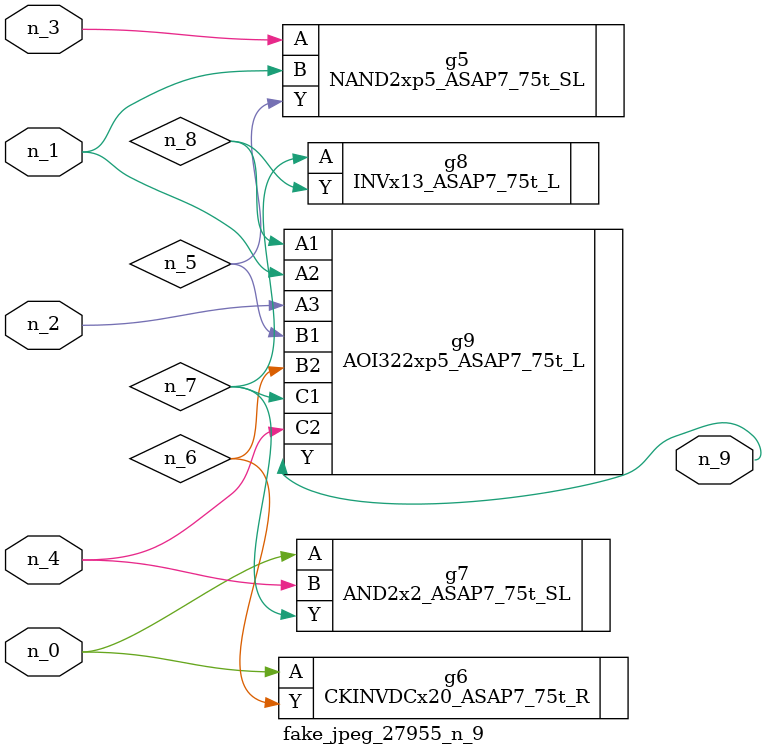
<source format=v>
module fake_jpeg_27955_n_9 (n_3, n_2, n_1, n_0, n_4, n_9);

input n_3;
input n_2;
input n_1;
input n_0;
input n_4;

output n_9;

wire n_8;
wire n_6;
wire n_5;
wire n_7;

NAND2xp5_ASAP7_75t_SL g5 ( 
.A(n_3),
.B(n_1),
.Y(n_5)
);

CKINVDCx20_ASAP7_75t_R g6 ( 
.A(n_0),
.Y(n_6)
);

AND2x2_ASAP7_75t_SL g7 ( 
.A(n_0),
.B(n_4),
.Y(n_7)
);

INVx13_ASAP7_75t_L g8 ( 
.A(n_7),
.Y(n_8)
);

AOI322xp5_ASAP7_75t_L g9 ( 
.A1(n_8),
.A2(n_1),
.A3(n_2),
.B1(n_5),
.B2(n_6),
.C1(n_7),
.C2(n_4),
.Y(n_9)
);


endmodule
</source>
